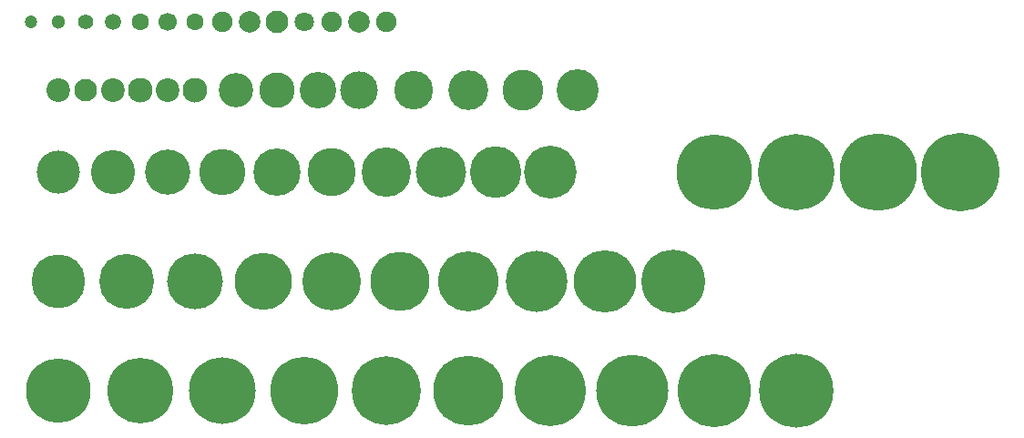
<source format=gbl>
G04 MADE WITH FRITZING*
G04 WWW.FRITZING.ORG*
G04 DOUBLE SIDED*
G04 HOLES PLATED*
G04 CONTOUR ON CENTER OF CONTOUR VECTOR*
%ASAXBY*%
%FSLAX23Y23*%
%MOIN*%
%OFA0B0*%
%SFA1.0B1.0*%
%ADD10C,0.287401*%
%ADD11C,0.283465*%
%ADD12C,0.279527*%
%ADD13C,0.275591*%
%ADD14C,0.271653*%
%ADD15C,0.267717*%
%ADD16C,0.263779*%
%ADD17C,0.259843*%
%ADD18C,0.255905*%
%ADD19C,0.251969*%
%ADD20C,0.248031*%
%ADD21C,0.216535*%
%ADD22C,0.220473*%
%ADD23C,0.188976*%
%ADD24C,0.228347*%
%ADD25C,0.224409*%
%ADD26C,0.232283*%
%ADD27C,0.212598*%
%ADD28C,0.208661*%
%ADD29C,0.192913*%
%ADD30C,0.185039*%
%ADD31C,0.181102*%
%ADD32C,0.177165*%
%ADD33C,0.173228*%
%ADD34C,0.169291*%
%ADD35C,0.244095*%
%ADD36C,0.204724*%
%ADD37C,0.165354*%
%ADD38C,0.240157*%
%ADD39C,0.200787*%
%ADD40C,0.161417*%
%ADD41C,0.236221*%
%ADD42C,0.196850*%
%ADD43C,0.157480*%
%ADD44C,0.153543*%
%ADD45C,0.149606*%
%ADD46C,0.145669*%
%ADD47C,0.141732*%
%ADD48C,0.137795*%
%ADD49C,0.133858*%
%ADD50C,0.129921*%
%ADD51C,0.125984*%
%ADD52C,0.090551*%
%ADD53C,0.086614*%
%ADD54C,0.082677*%
%ADD55C,0.070866*%
%ADD56C,0.078740*%
%ADD57C,0.074803*%
%ADD58C,0.062992*%
%ADD59C,0.066929*%
%ADD60C,0.059055*%
%ADD61C,0.055118*%
%ADD62C,0.051181*%
%ADD63C,0.047244*%
%LNCOPPER0*%
G90*
G70*
G54D10*
X3453Y2752D03*
G54D11*
X3153Y2752D03*
G54D12*
X2853Y2752D03*
G54D13*
X2553Y2752D03*
G54D14*
X2853Y1952D03*
G54D15*
X2553Y1952D03*
G54D16*
X2253Y1952D03*
G54D17*
X1953Y1952D03*
G54D18*
X1653Y1952D03*
G54D19*
X1353Y1952D03*
G54D20*
X1053Y1952D03*
G54D21*
X1403Y2352D03*
G54D22*
X1653Y2352D03*
G54D23*
X1753Y2752D03*
G54D24*
X2153Y2352D03*
G54D25*
X1903Y2352D03*
G54D26*
X2403Y2352D03*
G54D27*
X1153Y2352D03*
G54D28*
X903Y2352D03*
G54D29*
X1953Y2752D03*
G54D30*
X1553Y2752D03*
G54D31*
X1353Y2752D03*
G54D32*
X1153Y2752D03*
G54D33*
X953Y2752D03*
G54D34*
X753Y2752D03*
G54D35*
X753Y1952D03*
G54D36*
X653Y2352D03*
G54D37*
X553Y2752D03*
G54D38*
X453Y1952D03*
G54D39*
X403Y2352D03*
G54D40*
X353Y2752D03*
G54D41*
X153Y1952D03*
G54D42*
X153Y2352D03*
G54D43*
X153Y2752D03*
G54D44*
X2053Y3052D03*
G54D45*
X1853Y3052D03*
G54D46*
X1653Y3052D03*
G54D47*
X1453Y3052D03*
G54D48*
X1253Y3052D03*
G54D49*
X1103Y3052D03*
G54D50*
X953Y3052D03*
G54D51*
X803Y3052D03*
G54D52*
X653Y3052D03*
G54D53*
X553Y3052D03*
G54D52*
X453Y3052D03*
G54D53*
X353Y3052D03*
G54D54*
X253Y3052D03*
G54D53*
X153Y3052D03*
G54D55*
X1053Y3302D03*
G54D56*
X1253Y3302D03*
G54D57*
X1153Y3302D03*
G54D58*
X653Y3302D03*
G54D59*
X553Y3302D03*
G54D58*
X453Y3302D03*
G54D60*
X353Y3302D03*
G54D61*
X253Y3302D03*
G54D62*
X153Y3302D03*
G54D63*
X53Y3302D03*
G54D57*
X753Y3302D03*
G54D54*
X953Y3302D03*
G54D56*
X853Y3302D03*
G54D57*
X1353Y3302D03*
G04 End of Copper0*
M02*
</source>
